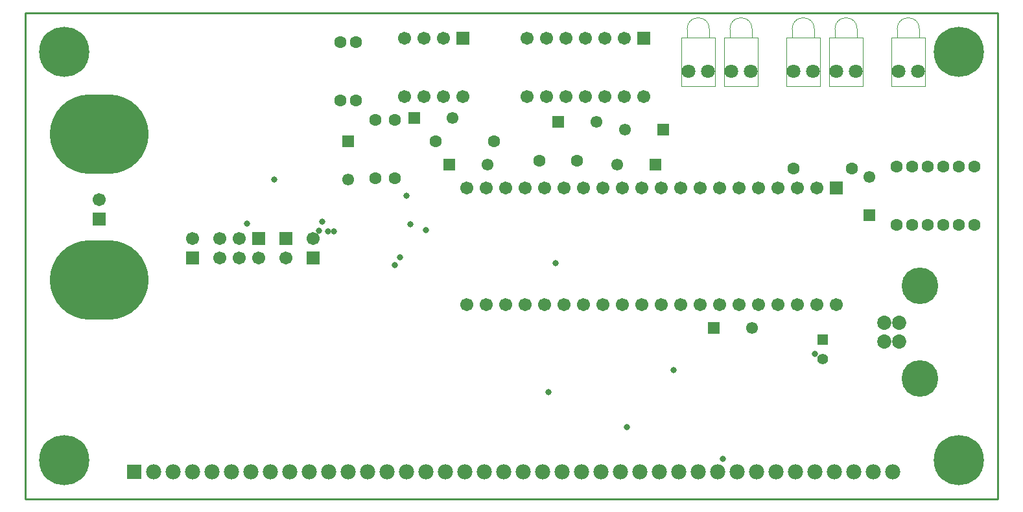
<source format=gbs>
%FSLAX23Y23*%
%MOIN*%
G70*
G01*
G75*
%ADD10C,0.006*%
%ADD11C,0.010*%
%ADD12C,0.001*%
%ADD13C,0.001*%
%ADD14C,0.250*%
%ADD15C,0.055*%
%ADD16R,0.053X0.053*%
%ADD17C,0.053*%
%ADD18C,0.059*%
%ADD19R,0.059X0.059*%
%ADD20C,0.070*%
%ADD21C,0.059*%
%ADD22R,0.059X0.059*%
%ADD23C,0.065*%
%ADD24C,0.180*%
%ADD25C,0.047*%
%ADD26R,0.047X0.047*%
%ADD27O,0.500X0.400*%
%ADD28R,0.070X0.070*%
%ADD29C,0.063*%
%ADD30C,0.025*%
%ADD31C,0.008*%
%ADD32C,0.005*%
%ADD33C,0.006*%
%ADD34C,0.258*%
%ADD35C,0.063*%
%ADD36R,0.061X0.061*%
%ADD37C,0.061*%
%ADD38C,0.067*%
%ADD39R,0.067X0.067*%
%ADD40C,0.078*%
%ADD41C,0.067*%
%ADD42R,0.067X0.067*%
%ADD43C,0.073*%
%ADD44C,0.188*%
%ADD45C,0.055*%
%ADD46R,0.055X0.055*%
%ADD47O,0.508X0.408*%
%ADD48R,0.078X0.078*%
%ADD49C,0.071*%
%ADD50C,0.033*%
D11*
Y2500D02*
X5000D01*
Y0D02*
Y2500D01*
X0Y0D02*
X5000D01*
X0D02*
Y2500D01*
D12*
X4277Y2417D02*
G03*
X4163Y2417I-57J0D01*
G01*
X4057D02*
G03*
X3943Y2417I-57J0D01*
G01*
X4597D02*
G03*
X4483Y2417I-57J0D01*
G01*
X3517D02*
G03*
X3403Y2417I-57J0D01*
G01*
X3737D02*
G03*
X3623Y2417I-57J0D01*
G01*
D13*
X4133Y2121D02*
X4307D01*
Y2373D01*
X4133D02*
X4307D01*
X4133Y2121D02*
Y2373D01*
X4163D02*
Y2417D01*
X4277Y2373D02*
Y2417D01*
X3913Y2121D02*
X4087D01*
Y2373D01*
X3913D02*
X4087D01*
X3913Y2121D02*
Y2373D01*
X3943D02*
Y2417D01*
X4057Y2373D02*
Y2417D01*
X4453Y2121D02*
X4627D01*
Y2373D01*
X4453D02*
X4627D01*
X4453Y2121D02*
Y2373D01*
X4483D02*
Y2417D01*
X4597Y2373D02*
Y2417D01*
X3373Y2121D02*
X3547D01*
Y2373D01*
X3373D02*
X3547D01*
X3373Y2121D02*
Y2373D01*
X3403D02*
Y2417D01*
X3517Y2373D02*
Y2417D01*
X3593Y2121D02*
X3767D01*
Y2373D01*
X3593D02*
X3767D01*
X3593Y2121D02*
Y2373D01*
X3623D02*
Y2417D01*
X3737Y2373D02*
Y2417D01*
D34*
X200Y200D02*
D03*
Y2300D02*
D03*
X4800Y200D02*
D03*
Y2300D02*
D03*
D35*
X2410Y1840D02*
D03*
X2110D02*
D03*
X1620Y2350D02*
D03*
Y2050D02*
D03*
X1700D02*
D03*
Y2350D02*
D03*
X2836Y1740D02*
D03*
X2644D02*
D03*
X4480Y1710D02*
D03*
X4800D02*
D03*
X4720D02*
D03*
X4880D02*
D03*
X4560D02*
D03*
X4640D02*
D03*
X4480Y1410D02*
D03*
X1900Y1650D02*
D03*
X1800Y1950D02*
D03*
Y1650D02*
D03*
X4250Y1700D02*
D03*
X3950D02*
D03*
X4800Y1410D02*
D03*
X4720D02*
D03*
X1900Y1950D02*
D03*
X4880Y1410D02*
D03*
X4560D02*
D03*
X4640D02*
D03*
D36*
X3280Y1900D02*
D03*
X3540Y880D02*
D03*
X1660Y1840D02*
D03*
X3240Y1720D02*
D03*
X2180D02*
D03*
X4340Y1460D02*
D03*
X2740Y1940D02*
D03*
X2000Y1960D02*
D03*
D37*
X3083Y1900D02*
D03*
X3737Y880D02*
D03*
X3043Y1720D02*
D03*
X2377D02*
D03*
X4340Y1657D02*
D03*
X1660Y1643D02*
D03*
X2937Y1940D02*
D03*
X2197Y1960D02*
D03*
D38*
X2980Y2070D02*
D03*
X2880D02*
D03*
X2580Y2370D02*
D03*
X3180Y2070D02*
D03*
X2580D02*
D03*
X2880Y2370D02*
D03*
X2680Y2070D02*
D03*
Y2370D02*
D03*
X2780D02*
D03*
X3080D02*
D03*
X2980D02*
D03*
X2780Y2070D02*
D03*
X3080D02*
D03*
X2970Y1600D02*
D03*
X2870D02*
D03*
X2470D02*
D03*
Y1000D02*
D03*
X2570D02*
D03*
X4070Y1600D02*
D03*
X3970D02*
D03*
X3870D02*
D03*
X3770D02*
D03*
X3670D02*
D03*
X3570D02*
D03*
X3470D02*
D03*
X3370D02*
D03*
X3270D02*
D03*
X3170D02*
D03*
X3370Y1000D02*
D03*
X3070Y1600D02*
D03*
X3270Y1000D02*
D03*
X2770Y1600D02*
D03*
X2670D02*
D03*
X2570D02*
D03*
X2370D02*
D03*
X2270D02*
D03*
Y1000D02*
D03*
X2370D02*
D03*
X2670D02*
D03*
X2770D02*
D03*
X2870D02*
D03*
X2970D02*
D03*
X3070D02*
D03*
X3170D02*
D03*
X3470D02*
D03*
X3570D02*
D03*
X3670D02*
D03*
X3770D02*
D03*
X3870D02*
D03*
X3970D02*
D03*
X4070D02*
D03*
X4170D02*
D03*
X2150Y2370D02*
D03*
X2050D02*
D03*
X1950D02*
D03*
X2250Y2070D02*
D03*
X2150D02*
D03*
X2050D02*
D03*
X1950D02*
D03*
D39*
X3180Y2370D02*
D03*
X4170Y1600D02*
D03*
X2250Y2370D02*
D03*
D40*
X1860Y140D02*
D03*
X1760D02*
D03*
X4460D02*
D03*
X4360D02*
D03*
X4260D02*
D03*
X4160D02*
D03*
X4060D02*
D03*
X3960D02*
D03*
X3860D02*
D03*
X3760D02*
D03*
X3660D02*
D03*
X3560D02*
D03*
X3460D02*
D03*
X3360D02*
D03*
X3260D02*
D03*
X3160D02*
D03*
X3060D02*
D03*
X2960D02*
D03*
X2860D02*
D03*
X2760D02*
D03*
X2660D02*
D03*
X2560D02*
D03*
X2460D02*
D03*
X2360D02*
D03*
X2260D02*
D03*
X2160D02*
D03*
X2060D02*
D03*
X1960D02*
D03*
X1660D02*
D03*
X1560D02*
D03*
X1460D02*
D03*
X1360D02*
D03*
X1260D02*
D03*
X1160D02*
D03*
X1060D02*
D03*
X960D02*
D03*
X860D02*
D03*
X760D02*
D03*
X660D02*
D03*
D41*
X1000Y1240D02*
D03*
Y1340D02*
D03*
X1100Y1240D02*
D03*
Y1340D02*
D03*
X1200Y1240D02*
D03*
X860Y1340D02*
D03*
X1340Y1240D02*
D03*
X1480Y1340D02*
D03*
X380Y1540D02*
D03*
D42*
X1200Y1340D02*
D03*
X860Y1240D02*
D03*
X1340Y1340D02*
D03*
X1480Y1240D02*
D03*
X380Y1440D02*
D03*
D43*
X4493Y906D02*
D03*
X4415Y906D02*
D03*
Y808D02*
D03*
X4493D02*
D03*
D44*
X4600Y1094D02*
D03*
Y620D02*
D03*
D45*
X4100Y720D02*
D03*
D46*
Y820D02*
D03*
D47*
X380Y1125D02*
D03*
Y1875D02*
D03*
D48*
X560Y140D02*
D03*
D49*
X4170Y2200D02*
D03*
X4270D02*
D03*
X3950D02*
D03*
X4050D02*
D03*
X4590D02*
D03*
X3410D02*
D03*
X3510D02*
D03*
X3630D02*
D03*
X3730D02*
D03*
X4490D02*
D03*
D50*
X1587Y1376D02*
D03*
X3585Y206D02*
D03*
X3332Y662D02*
D03*
X1509Y1380D02*
D03*
X1556Y1375D02*
D03*
X4061Y744D02*
D03*
X2725Y1211D02*
D03*
X2691Y550D02*
D03*
X1981Y1413D02*
D03*
X1928Y1241D02*
D03*
X1281Y1643D02*
D03*
X1900Y1202D02*
D03*
X1525Y1424D02*
D03*
X1960Y1560D02*
D03*
X1140Y1416D02*
D03*
X2060Y1383D02*
D03*
X3094Y370D02*
D03*
M02*

</source>
